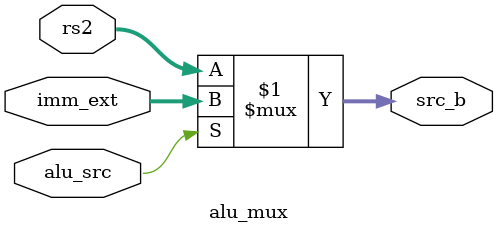
<source format=v>
module alu_mux (
	input				alu_src,
	input		[31:0]	rs2,      //output of register file
	input		[31:0]	imm_ext, //output of extend
	output 		[31:0]	src_b   //input of alu
	);
	
assign src_b = alu_src ? imm_ext : rs2;

endmodule 
</source>
